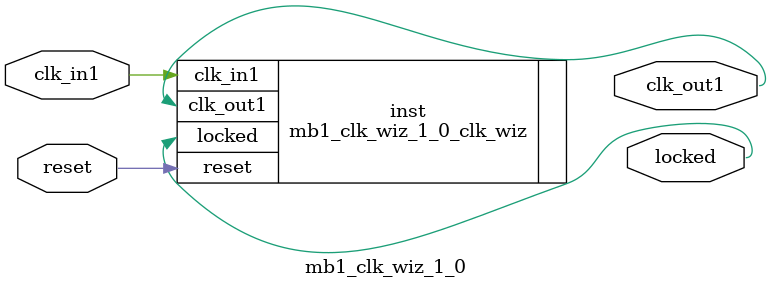
<source format=v>


`timescale 1ps/1ps

(* CORE_GENERATION_INFO = "mb1_clk_wiz_1_0,clk_wiz_v6_0_8_0_0,{component_name=mb1_clk_wiz_1_0,use_phase_alignment=true,use_min_o_jitter=false,use_max_i_jitter=false,use_dyn_phase_shift=false,use_inclk_switchover=false,use_dyn_reconfig=false,enable_axi=0,feedback_source=FDBK_AUTO,PRIMITIVE=MMCM,num_out_clk=1,clkin1_period=10.000,clkin2_period=10.000,use_power_down=false,use_reset=true,use_locked=true,use_inclk_stopped=false,feedback_type=SINGLE,CLOCK_MGR_TYPE=NA,manual_override=false}" *)

module mb1_clk_wiz_1_0 
 (
  // Clock out ports
  output        clk_out1,
  // Status and control signals
  input         reset,
  output        locked,
 // Clock in ports
  input         clk_in1
 );

  mb1_clk_wiz_1_0_clk_wiz inst
  (
  // Clock out ports  
  .clk_out1(clk_out1),
  // Status and control signals               
  .reset(reset), 
  .locked(locked),
 // Clock in ports
  .clk_in1(clk_in1)
  );

endmodule

</source>
